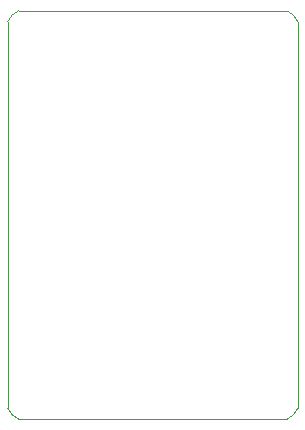
<source format=gbr>
%TF.GenerationSoftware,KiCad,Pcbnew,9.0.2*%
%TF.CreationDate,2025-11-22T22:53:23+01:00*%
%TF.ProjectId,KNeoPiX_v1.3,4b4e656f-5069-4585-9f76-312e332e6b69,1.3*%
%TF.SameCoordinates,Original*%
%TF.FileFunction,Profile,NP*%
%FSLAX46Y46*%
G04 Gerber Fmt 4.6, Leading zero omitted, Abs format (unit mm)*
G04 Created by KiCad (PCBNEW 9.0.2) date 2025-11-22 22:53:23*
%MOMM*%
%LPD*%
G01*
G04 APERTURE LIST*
%TA.AperFunction,Profile*%
%ADD10C,0.100000*%
%TD*%
G04 APERTURE END LIST*
D10*
X72902840Y-73076768D02*
G75*
G02*
X71988711Y-73988169I-1557340J647868D01*
G01*
X49274129Y-39408599D02*
X71988711Y-39408599D01*
X71988711Y-39408599D02*
G75*
G02*
X72902856Y-40319993I-643011J-1559101D01*
G01*
X72902840Y-73076768D02*
X72902840Y-40320000D01*
X49274129Y-73988169D02*
G75*
G02*
X48359980Y-73076776I642971J1559069D01*
G01*
X48360000Y-40320000D02*
G75*
G02*
X49274144Y-39408635I1557300J-647900D01*
G01*
X48360000Y-40320000D02*
X48360000Y-73076768D01*
X49274129Y-73988169D02*
X71988711Y-73988169D01*
M02*

</source>
